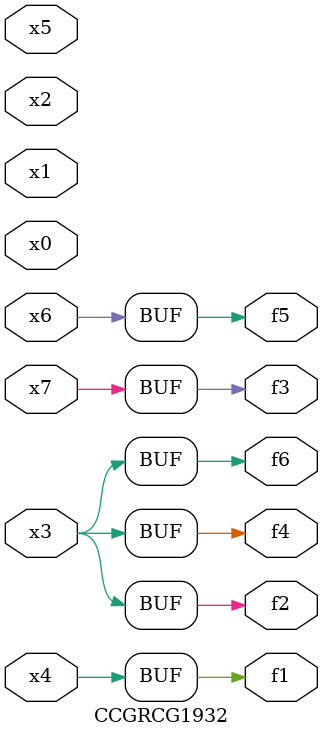
<source format=v>
module CCGRCG1932(
	input x0, x1, x2, x3, x4, x5, x6, x7,
	output f1, f2, f3, f4, f5, f6
);
	assign f1 = x4;
	assign f2 = x3;
	assign f3 = x7;
	assign f4 = x3;
	assign f5 = x6;
	assign f6 = x3;
endmodule

</source>
